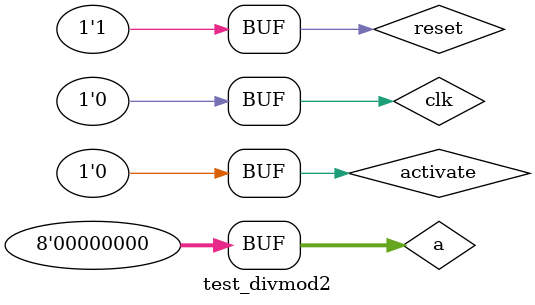
<source format=v>
module test_divmod2;
   reg activate, clk, reset;
   reg [7:0] a;
   wire      mod2;
   wire [7:0] div2;
   

   divmod2 test_divmod2(activate, clk, reset, a, div2, mod2);

   initial
     begin
	activate = 0;
	a = 0;
	clk = 0;
	reset = 1;
	#5;
	activate = 1;
	a = 13;
	clk = 1;
	reset = 0;
	#5;
	activate = 1;
	a = 13;
	clk = 0;
	reset = 0;
	#5;
	activate = 1;
	a = 13;
	clk = 1;
	reset = 0;
	#5;
	activate = 1;
	a = 13;
	clk = 0;
	reset = 0;
	#5;
	activate = 1;
	a = 13;
	clk = 1;
	reset = 0;
	#5;
	activate = 1;
	a = 13;
	clk = 0;
	reset = 0;
	#5;
	activate = 0;
	a = 0;
	clk = 1;
	reset = 0;
	#5;
	activate = 0;
	a = 0;
	clk = 0;
	reset = 1;
	#5;
     end // initial begin
   initial
     begin
	$dumpfile("signal/signal_divmod2.vcd");
	$dumpvars;
     end

   initial
     begin
	$display("\t\ttime,\tactivate,\tclk, \treset, \ta, \tdiv2, \t\tmod2");
	$monitor("%d \t%b \t\t%b \t%b \t%d \t%d \t%b", $time, activate, clk, reset, a, div2, mod2);
     end
endmodule // test_divmod2

</source>
